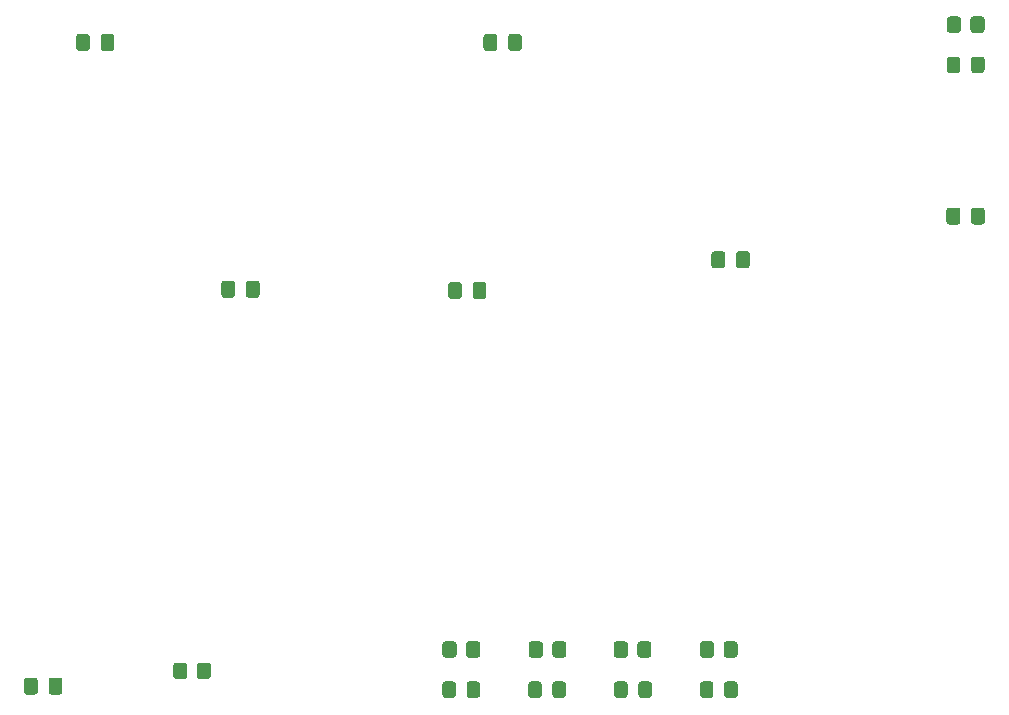
<source format=gtp>
G04 #@! TF.GenerationSoftware,KiCad,Pcbnew,(5.1.9)-1*
G04 #@! TF.CreationDate,2021-11-21T16:09:14-05:00*
G04 #@! TF.ProjectId,flags,666c6167-732e-46b6-9963-61645f706362,1.0*
G04 #@! TF.SameCoordinates,Original*
G04 #@! TF.FileFunction,Paste,Top*
G04 #@! TF.FilePolarity,Positive*
%FSLAX46Y46*%
G04 Gerber Fmt 4.6, Leading zero omitted, Abs format (unit mm)*
G04 Created by KiCad (PCBNEW (5.1.9)-1) date 2021-11-21 16:09:14*
%MOMM*%
%LPD*%
G01*
G04 APERTURE LIST*
G04 APERTURE END LIST*
G36*
G01*
X176900000Y-57850001D02*
X176900000Y-56949999D01*
G75*
G02*
X177149999Y-56700000I249999J0D01*
G01*
X177850001Y-56700000D01*
G75*
G02*
X178100000Y-56949999I0J-249999D01*
G01*
X178100000Y-57850001D01*
G75*
G02*
X177850001Y-58100000I-249999J0D01*
G01*
X177149999Y-58100000D01*
G75*
G02*
X176900000Y-57850001I0J249999D01*
G01*
G37*
G36*
G01*
X174900000Y-57850001D02*
X174900000Y-56949999D01*
G75*
G02*
X175149999Y-56700000I249999J0D01*
G01*
X175850001Y-56700000D01*
G75*
G02*
X176100000Y-56949999I0J-249999D01*
G01*
X176100000Y-57850001D01*
G75*
G02*
X175850001Y-58100000I-249999J0D01*
G01*
X175149999Y-58100000D01*
G75*
G02*
X174900000Y-57850001I0J249999D01*
G01*
G37*
G36*
G01*
X176950000Y-61250001D02*
X176950000Y-60349999D01*
G75*
G02*
X177199999Y-60100000I249999J0D01*
G01*
X177850001Y-60100000D01*
G75*
G02*
X178100000Y-60349999I0J-249999D01*
G01*
X178100000Y-61250001D01*
G75*
G02*
X177850001Y-61500000I-249999J0D01*
G01*
X177199999Y-61500000D01*
G75*
G02*
X176950000Y-61250001I0J249999D01*
G01*
G37*
G36*
G01*
X174900000Y-61250001D02*
X174900000Y-60349999D01*
G75*
G02*
X175149999Y-60100000I249999J0D01*
G01*
X175800001Y-60100000D01*
G75*
G02*
X176050000Y-60349999I0J-249999D01*
G01*
X176050000Y-61250001D01*
G75*
G02*
X175800001Y-61500000I-249999J0D01*
G01*
X175149999Y-61500000D01*
G75*
G02*
X174900000Y-61250001I0J249999D01*
G01*
G37*
G36*
G01*
X97950000Y-112925000D02*
X97950000Y-113875000D01*
G75*
G02*
X97700000Y-114125000I-250000J0D01*
G01*
X97025000Y-114125000D01*
G75*
G02*
X96775000Y-113875000I0J250000D01*
G01*
X96775000Y-112925000D01*
G75*
G02*
X97025000Y-112675000I250000J0D01*
G01*
X97700000Y-112675000D01*
G75*
G02*
X97950000Y-112925000I0J-250000D01*
G01*
G37*
G36*
G01*
X100025000Y-112925000D02*
X100025000Y-113875000D01*
G75*
G02*
X99775000Y-114125000I-250000J0D01*
G01*
X99100000Y-114125000D01*
G75*
G02*
X98850000Y-113875000I0J250000D01*
G01*
X98850000Y-112925000D01*
G75*
G02*
X99100000Y-112675000I250000J0D01*
G01*
X99775000Y-112675000D01*
G75*
G02*
X100025000Y-112925000I0J-250000D01*
G01*
G37*
G36*
G01*
X134200000Y-110750001D02*
X134200000Y-109849999D01*
G75*
G02*
X134449999Y-109600000I249999J0D01*
G01*
X135150001Y-109600000D01*
G75*
G02*
X135400000Y-109849999I0J-249999D01*
G01*
X135400000Y-110750001D01*
G75*
G02*
X135150001Y-111000000I-249999J0D01*
G01*
X134449999Y-111000000D01*
G75*
G02*
X134200000Y-110750001I0J249999D01*
G01*
G37*
G36*
G01*
X132200000Y-110750001D02*
X132200000Y-109849999D01*
G75*
G02*
X132449999Y-109600000I249999J0D01*
G01*
X133150001Y-109600000D01*
G75*
G02*
X133400000Y-109849999I0J-249999D01*
G01*
X133400000Y-110750001D01*
G75*
G02*
X133150001Y-111000000I-249999J0D01*
G01*
X132449999Y-111000000D01*
G75*
G02*
X132200000Y-110750001I0J249999D01*
G01*
G37*
G36*
G01*
X141500000Y-110750001D02*
X141500000Y-109849999D01*
G75*
G02*
X141749999Y-109600000I249999J0D01*
G01*
X142450001Y-109600000D01*
G75*
G02*
X142700000Y-109849999I0J-249999D01*
G01*
X142700000Y-110750001D01*
G75*
G02*
X142450001Y-111000000I-249999J0D01*
G01*
X141749999Y-111000000D01*
G75*
G02*
X141500000Y-110750001I0J249999D01*
G01*
G37*
G36*
G01*
X139500000Y-110750001D02*
X139500000Y-109849999D01*
G75*
G02*
X139749999Y-109600000I249999J0D01*
G01*
X140450001Y-109600000D01*
G75*
G02*
X140700000Y-109849999I0J-249999D01*
G01*
X140700000Y-110750001D01*
G75*
G02*
X140450001Y-111000000I-249999J0D01*
G01*
X139749999Y-111000000D01*
G75*
G02*
X139500000Y-110750001I0J249999D01*
G01*
G37*
G36*
G01*
X148700000Y-110750001D02*
X148700000Y-109849999D01*
G75*
G02*
X148949999Y-109600000I249999J0D01*
G01*
X149650001Y-109600000D01*
G75*
G02*
X149900000Y-109849999I0J-249999D01*
G01*
X149900000Y-110750001D01*
G75*
G02*
X149650001Y-111000000I-249999J0D01*
G01*
X148949999Y-111000000D01*
G75*
G02*
X148700000Y-110750001I0J249999D01*
G01*
G37*
G36*
G01*
X146700000Y-110750001D02*
X146700000Y-109849999D01*
G75*
G02*
X146949999Y-109600000I249999J0D01*
G01*
X147650001Y-109600000D01*
G75*
G02*
X147900000Y-109849999I0J-249999D01*
G01*
X147900000Y-110750001D01*
G75*
G02*
X147650001Y-111000000I-249999J0D01*
G01*
X146949999Y-111000000D01*
G75*
G02*
X146700000Y-110750001I0J249999D01*
G01*
G37*
G36*
G01*
X134250000Y-114150001D02*
X134250000Y-113249999D01*
G75*
G02*
X134499999Y-113000000I249999J0D01*
G01*
X135150001Y-113000000D01*
G75*
G02*
X135400000Y-113249999I0J-249999D01*
G01*
X135400000Y-114150001D01*
G75*
G02*
X135150001Y-114400000I-249999J0D01*
G01*
X134499999Y-114400000D01*
G75*
G02*
X134250000Y-114150001I0J249999D01*
G01*
G37*
G36*
G01*
X132200000Y-114150001D02*
X132200000Y-113249999D01*
G75*
G02*
X132449999Y-113000000I249999J0D01*
G01*
X133100001Y-113000000D01*
G75*
G02*
X133350000Y-113249999I0J-249999D01*
G01*
X133350000Y-114150001D01*
G75*
G02*
X133100001Y-114400000I-249999J0D01*
G01*
X132449999Y-114400000D01*
G75*
G02*
X132200000Y-114150001I0J249999D01*
G01*
G37*
G36*
G01*
X141516666Y-114150001D02*
X141516666Y-113249999D01*
G75*
G02*
X141766665Y-113000000I249999J0D01*
G01*
X142416667Y-113000000D01*
G75*
G02*
X142666666Y-113249999I0J-249999D01*
G01*
X142666666Y-114150001D01*
G75*
G02*
X142416667Y-114400000I-249999J0D01*
G01*
X141766665Y-114400000D01*
G75*
G02*
X141516666Y-114150001I0J249999D01*
G01*
G37*
G36*
G01*
X139466666Y-114150001D02*
X139466666Y-113249999D01*
G75*
G02*
X139716665Y-113000000I249999J0D01*
G01*
X140366667Y-113000000D01*
G75*
G02*
X140616666Y-113249999I0J-249999D01*
G01*
X140616666Y-114150001D01*
G75*
G02*
X140366667Y-114400000I-249999J0D01*
G01*
X139716665Y-114400000D01*
G75*
G02*
X139466666Y-114150001I0J249999D01*
G01*
G37*
G36*
G01*
X148783332Y-114150001D02*
X148783332Y-113249999D01*
G75*
G02*
X149033331Y-113000000I249999J0D01*
G01*
X149683333Y-113000000D01*
G75*
G02*
X149933332Y-113249999I0J-249999D01*
G01*
X149933332Y-114150001D01*
G75*
G02*
X149683333Y-114400000I-249999J0D01*
G01*
X149033331Y-114400000D01*
G75*
G02*
X148783332Y-114150001I0J249999D01*
G01*
G37*
G36*
G01*
X146733332Y-114150001D02*
X146733332Y-113249999D01*
G75*
G02*
X146983331Y-113000000I249999J0D01*
G01*
X147633333Y-113000000D01*
G75*
G02*
X147883332Y-113249999I0J-249999D01*
G01*
X147883332Y-114150001D01*
G75*
G02*
X147633333Y-114400000I-249999J0D01*
G01*
X146983331Y-114400000D01*
G75*
G02*
X146733332Y-114150001I0J249999D01*
G01*
G37*
G36*
G01*
X156000000Y-110750001D02*
X156000000Y-109849999D01*
G75*
G02*
X156249999Y-109600000I249999J0D01*
G01*
X156950001Y-109600000D01*
G75*
G02*
X157200000Y-109849999I0J-249999D01*
G01*
X157200000Y-110750001D01*
G75*
G02*
X156950001Y-111000000I-249999J0D01*
G01*
X156249999Y-111000000D01*
G75*
G02*
X156000000Y-110750001I0J249999D01*
G01*
G37*
G36*
G01*
X154000000Y-110750001D02*
X154000000Y-109849999D01*
G75*
G02*
X154249999Y-109600000I249999J0D01*
G01*
X154950001Y-109600000D01*
G75*
G02*
X155200000Y-109849999I0J-249999D01*
G01*
X155200000Y-110750001D01*
G75*
G02*
X154950001Y-111000000I-249999J0D01*
G01*
X154249999Y-111000000D01*
G75*
G02*
X154000000Y-110750001I0J249999D01*
G01*
G37*
G36*
G01*
X156050000Y-114150001D02*
X156050000Y-113249999D01*
G75*
G02*
X156299999Y-113000000I249999J0D01*
G01*
X156950001Y-113000000D01*
G75*
G02*
X157200000Y-113249999I0J-249999D01*
G01*
X157200000Y-114150001D01*
G75*
G02*
X156950001Y-114400000I-249999J0D01*
G01*
X156299999Y-114400000D01*
G75*
G02*
X156050000Y-114150001I0J249999D01*
G01*
G37*
G36*
G01*
X154000000Y-114150001D02*
X154000000Y-113249999D01*
G75*
G02*
X154249999Y-113000000I249999J0D01*
G01*
X154900001Y-113000000D01*
G75*
G02*
X155150000Y-113249999I0J-249999D01*
G01*
X155150000Y-114150001D01*
G75*
G02*
X154900001Y-114400000I-249999J0D01*
G01*
X154249999Y-114400000D01*
G75*
G02*
X154000000Y-114150001I0J249999D01*
G01*
G37*
G36*
G01*
X176950000Y-74075000D02*
X176950000Y-73125000D01*
G75*
G02*
X177200000Y-72875000I250000J0D01*
G01*
X177875000Y-72875000D01*
G75*
G02*
X178125000Y-73125000I0J-250000D01*
G01*
X178125000Y-74075000D01*
G75*
G02*
X177875000Y-74325000I-250000J0D01*
G01*
X177200000Y-74325000D01*
G75*
G02*
X176950000Y-74075000I0J250000D01*
G01*
G37*
G36*
G01*
X174875000Y-74075000D02*
X174875000Y-73125000D01*
G75*
G02*
X175125000Y-72875000I250000J0D01*
G01*
X175800000Y-72875000D01*
G75*
G02*
X176050000Y-73125000I0J-250000D01*
G01*
X176050000Y-74075000D01*
G75*
G02*
X175800000Y-74325000I-250000J0D01*
G01*
X175125000Y-74325000D01*
G75*
G02*
X174875000Y-74075000I0J250000D01*
G01*
G37*
G36*
G01*
X137750000Y-59375000D02*
X137750000Y-58425000D01*
G75*
G02*
X138000000Y-58175000I250000J0D01*
G01*
X138675000Y-58175000D01*
G75*
G02*
X138925000Y-58425000I0J-250000D01*
G01*
X138925000Y-59375000D01*
G75*
G02*
X138675000Y-59625000I-250000J0D01*
G01*
X138000000Y-59625000D01*
G75*
G02*
X137750000Y-59375000I0J250000D01*
G01*
G37*
G36*
G01*
X135675000Y-59375000D02*
X135675000Y-58425000D01*
G75*
G02*
X135925000Y-58175000I250000J0D01*
G01*
X136600000Y-58175000D01*
G75*
G02*
X136850000Y-58425000I0J-250000D01*
G01*
X136850000Y-59375000D01*
G75*
G02*
X136600000Y-59625000I-250000J0D01*
G01*
X135925000Y-59625000D01*
G75*
G02*
X135675000Y-59375000I0J250000D01*
G01*
G37*
G36*
G01*
X156150000Y-76825000D02*
X156150000Y-77775000D01*
G75*
G02*
X155900000Y-78025000I-250000J0D01*
G01*
X155225000Y-78025000D01*
G75*
G02*
X154975000Y-77775000I0J250000D01*
G01*
X154975000Y-76825000D01*
G75*
G02*
X155225000Y-76575000I250000J0D01*
G01*
X155900000Y-76575000D01*
G75*
G02*
X156150000Y-76825000I0J-250000D01*
G01*
G37*
G36*
G01*
X158225000Y-76825000D02*
X158225000Y-77775000D01*
G75*
G02*
X157975000Y-78025000I-250000J0D01*
G01*
X157300000Y-78025000D01*
G75*
G02*
X157050000Y-77775000I0J250000D01*
G01*
X157050000Y-76825000D01*
G75*
G02*
X157300000Y-76575000I250000J0D01*
G01*
X157975000Y-76575000D01*
G75*
G02*
X158225000Y-76825000I0J-250000D01*
G01*
G37*
G36*
G01*
X111400000Y-112550001D02*
X111400000Y-111649999D01*
G75*
G02*
X111649999Y-111400000I249999J0D01*
G01*
X112350001Y-111400000D01*
G75*
G02*
X112600000Y-111649999I0J-249999D01*
G01*
X112600000Y-112550001D01*
G75*
G02*
X112350001Y-112800000I-249999J0D01*
G01*
X111649999Y-112800000D01*
G75*
G02*
X111400000Y-112550001I0J249999D01*
G01*
G37*
G36*
G01*
X109400000Y-112550001D02*
X109400000Y-111649999D01*
G75*
G02*
X109649999Y-111400000I249999J0D01*
G01*
X110350001Y-111400000D01*
G75*
G02*
X110600000Y-111649999I0J-249999D01*
G01*
X110600000Y-112550001D01*
G75*
G02*
X110350001Y-112800000I-249999J0D01*
G01*
X109649999Y-112800000D01*
G75*
G02*
X109400000Y-112550001I0J249999D01*
G01*
G37*
G36*
G01*
X114650000Y-79325000D02*
X114650000Y-80275000D01*
G75*
G02*
X114400000Y-80525000I-250000J0D01*
G01*
X113725000Y-80525000D01*
G75*
G02*
X113475000Y-80275000I0J250000D01*
G01*
X113475000Y-79325000D01*
G75*
G02*
X113725000Y-79075000I250000J0D01*
G01*
X114400000Y-79075000D01*
G75*
G02*
X114650000Y-79325000I0J-250000D01*
G01*
G37*
G36*
G01*
X116725000Y-79325000D02*
X116725000Y-80275000D01*
G75*
G02*
X116475000Y-80525000I-250000J0D01*
G01*
X115800000Y-80525000D01*
G75*
G02*
X115550000Y-80275000I0J250000D01*
G01*
X115550000Y-79325000D01*
G75*
G02*
X115800000Y-79075000I250000J0D01*
G01*
X116475000Y-79075000D01*
G75*
G02*
X116725000Y-79325000I0J-250000D01*
G01*
G37*
G36*
G01*
X133850000Y-79425000D02*
X133850000Y-80375000D01*
G75*
G02*
X133600000Y-80625000I-250000J0D01*
G01*
X132925000Y-80625000D01*
G75*
G02*
X132675000Y-80375000I0J250000D01*
G01*
X132675000Y-79425000D01*
G75*
G02*
X132925000Y-79175000I250000J0D01*
G01*
X133600000Y-79175000D01*
G75*
G02*
X133850000Y-79425000I0J-250000D01*
G01*
G37*
G36*
G01*
X135925000Y-79425000D02*
X135925000Y-80375000D01*
G75*
G02*
X135675000Y-80625000I-250000J0D01*
G01*
X135000000Y-80625000D01*
G75*
G02*
X134750000Y-80375000I0J250000D01*
G01*
X134750000Y-79425000D01*
G75*
G02*
X135000000Y-79175000I250000J0D01*
G01*
X135675000Y-79175000D01*
G75*
G02*
X135925000Y-79425000I0J-250000D01*
G01*
G37*
G36*
G01*
X103250000Y-59375000D02*
X103250000Y-58425000D01*
G75*
G02*
X103500000Y-58175000I250000J0D01*
G01*
X104175000Y-58175000D01*
G75*
G02*
X104425000Y-58425000I0J-250000D01*
G01*
X104425000Y-59375000D01*
G75*
G02*
X104175000Y-59625000I-250000J0D01*
G01*
X103500000Y-59625000D01*
G75*
G02*
X103250000Y-59375000I0J250000D01*
G01*
G37*
G36*
G01*
X101175000Y-59375000D02*
X101175000Y-58425000D01*
G75*
G02*
X101425000Y-58175000I250000J0D01*
G01*
X102100000Y-58175000D01*
G75*
G02*
X102350000Y-58425000I0J-250000D01*
G01*
X102350000Y-59375000D01*
G75*
G02*
X102100000Y-59625000I-250000J0D01*
G01*
X101425000Y-59625000D01*
G75*
G02*
X101175000Y-59375000I0J250000D01*
G01*
G37*
M02*

</source>
